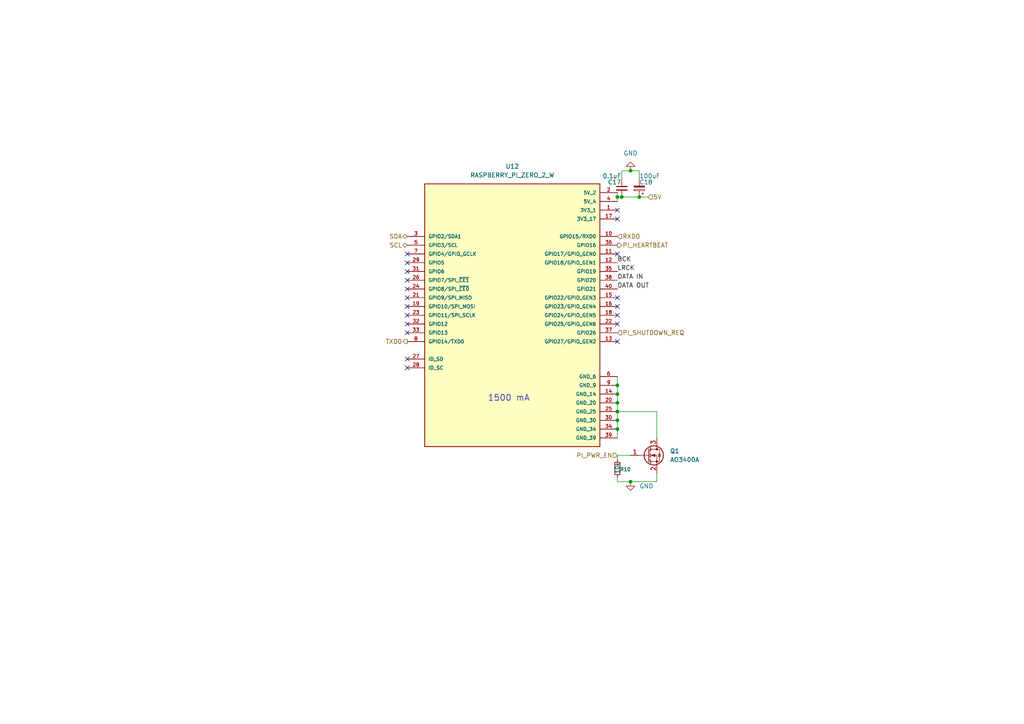
<source format=kicad_sch>
(kicad_sch (version 20250114) (generator "eeschema") (generator_version "9.0")
  (paper "A4")
  (lib_symbols
    (symbol "Device:C_Polarized_Small" (pin_numbers (hide yes)) (pin_names (offset 0.254) (hide yes))
      (property "Reference" "C" (at 0.254 1.778 0))
      (property "Value" "C_Polarized_Small" (at 0.254 -2.032 0))
      (symbol "C_Polarized_Small_0_1"
        (rectangle (start -1.524 0.6858) (end 1.524 0.3048))
        (rectangle (start -1.524 -0.3048) (end 1.524 -0.6858) (fill (type outline)))
        (polyline (pts (xy -1.27 1.524) (xy -0.762 1.524)))
        (polyline (pts (xy -1.016 1.27) (xy -1.016 1.778)))
      )
      (symbol "C_Polarized_Small_1_1"
        (pin passive line (at 0 2.54 270) (length 1.8542) (name "~") (number "1"))
        (pin passive line (at 0 -2.54 90) (length 1.8542) (name "~") (number "2"))
      )
    )
    (symbol "Device:C_Small" (pin_numbers (hide yes)) (pin_names (offset 0.254) (hide yes))
      (property "Reference" "C" (at 0.254 1.778 0))
      (property "Value" "C_Small" (at 0.254 -2.032 0))
      (symbol "C_Small_0_1"
        (polyline (pts (xy -1.524 0.508) (xy 1.524 0.508)) (stroke (width 0.3048)))
        (polyline (pts (xy -1.524 -0.508) (xy 1.524 -0.508)) (stroke (width 0.3302)))
      )
      (symbol "C_Small_1_1"
        (pin passive line (at 0 2.54 270) (length 2.032) (name "~") (number "1"))
        (pin passive line (at 0 -2.54 90) (length 2.032) (name "~") (number "2"))
      )
    )
    (symbol "Device:R_Small" (pin_numbers (hide yes)) (pin_names (offset 0.254) (hide yes))
      (property "Reference" "R" (at 0 0 90))
      (property "Value" "R_Small" (at 1.778 0 90))
      (symbol "R_Small_0_1"
        (rectangle (start -0.762 1.778) (end 0.762 -1.778) (stroke (width 0.2032)))
      )
      (symbol "R_Small_1_1"
        (pin passive line (at 0 2.54 270) (length 0.762) (name "~") (number "1"))
        (pin passive line (at 0 -2.54 90) (length 0.762) (name "~") (number "2"))
      )
    )
    (symbol "RASPBERRY_PI_ZERO_2_W:RASPBERRY_PI_ZERO_2_W" (pin_names (offset 1.016))
      (property "Reference" "U" (at -25.42 39.3962 0))
      (property "Value" "RASPBERRY_PI_ZERO_2_W" (at -25.4191 -40.6687 0))
      (symbol "RASPBERRY_PI_ZERO_2_W_0_0"
        (rectangle (start -25.4 -38.1) (end 25.4 38.1) (stroke (width 0.254)) (fill (type background)))
        (pin bidirectional line (at -30.48 22.86 0) (length 5.08) (name "GPIO2/SDA1") (number "3"))
        (pin bidirectional line (at -30.48 20.32 0) (length 5.08) (name "GPIO3/SCL") (number "5"))
        (pin bidirectional line (at -30.48 17.78 0) (length 5.08) (name "GPIO4/GPIO_GCLK") (number "7"))
        (pin bidirectional line (at -30.48 15.24 0) (length 5.08) (name "GPIO5") (number "29"))
        (pin bidirectional line (at -30.48 12.7 0) (length 5.08) (name "GPIO6") (number "31"))
        (pin bidirectional line (at -30.48 10.16 0) (length 5.08) (name "GPIO7/SPI_~{CE1}") (number "26"))
        (pin bidirectional line (at -30.48 7.62 0) (length 5.08) (name "GPIO8/SPI_~{CE0}") (number "24"))
        (pin bidirectional line (at -30.48 5.08 0) (length 5.08) (name "GPIO9/SPI_MISO") (number "21"))
        (pin bidirectional line (at -30.48 2.54 0) (length 5.08) (name "GPIO10/SPI_MOSI") (number "19"))
        (pin bidirectional line (at -30.48 0 0) (length 5.08) (name "GPIO11/SPI_SCLK") (number "23"))
        (pin bidirectional line (at -30.48 -2.54 0) (length 5.08) (name "GPIO12") (number "32"))
        (pin bidirectional line (at -30.48 -5.08 0) (length 5.08) (name "GPIO13") (number "33"))
        (pin bidirectional line (at -30.48 -7.62 0) (length 5.08) (name "GPIO14/TXD0") (number "8"))
        (pin bidirectional line (at -30.48 -12.7 0) (length 5.08) (name "ID_SD") (number "27"))
        (pin bidirectional line (at -30.48 -15.24 0) (length 5.08) (name "ID_SC") (number "28"))
        (pin power_in line (at 30.48 35.56 180) (length 5.08) (name "5V_2") (number "2"))
        (pin power_in line (at 30.48 33.02 180) (length 5.08) (name "5V_4") (number "4"))
        (pin power_in line (at 30.48 30.48 180) (length 5.08) (name "3V3_1") (number "1"))
        (pin power_in line (at 30.48 27.94 180) (length 5.08) (name "3V3_17") (number "17"))
        (pin bidirectional line (at 30.48 22.86 180) (length 5.08) (name "GPIO15/RXD0") (number "10"))
        (pin bidirectional line (at 30.48 20.32 180) (length 5.08) (name "GPIO16") (number "36"))
        (pin bidirectional line (at 30.48 17.78 180) (length 5.08) (name "GPIO17/GPIO_GEN0") (number "11"))
        (pin bidirectional line (at 30.48 15.24 180) (length 5.08) (name "GPIO18/GPIO_GEN1") (number "12"))
        (pin bidirectional line (at 30.48 12.7 180) (length 5.08) (name "GPIO19") (number "35"))
        (pin bidirectional line (at 30.48 10.16 180) (length 5.08) (name "GPIO20") (number "38"))
        (pin bidirectional line (at 30.48 7.62 180) (length 5.08) (name "GPIO21") (number "40"))
        (pin bidirectional line (at 30.48 5.08 180) (length 5.08) (name "GPIO22/GPIO_GEN3") (number "15"))
        (pin bidirectional line (at 30.48 2.54 180) (length 5.08) (name "GPIO23/GPIO_GEN4") (number "16"))
        (pin bidirectional line (at 30.48 0 180) (length 5.08) (name "GPIO24/GPIO_GEN5") (number "18"))
        (pin bidirectional line (at 30.48 -2.54 180) (length 5.08) (name "GPIO25/GPIO_GEN6") (number "22"))
        (pin bidirectional line (at 30.48 -5.08 180) (length 5.08) (name "GPIO26") (number "37"))
        (pin bidirectional line (at 30.48 -7.62 180) (length 5.08) (name "GPIO27/GPIO_GEN2") (number "13"))
        (pin power_in line (at 30.48 -17.78 180) (length 5.08) (name "GND_6") (number "6"))
        (pin power_in line (at 30.48 -20.32 180) (length 5.08) (name "GND_9") (number "9"))
        (pin power_in line (at 30.48 -22.86 180) (length 5.08) (name "GND_14") (number "14"))
        (pin power_in line (at 30.48 -25.4 180) (length 5.08) (name "GND_20") (number "20"))
        (pin power_in line (at 30.48 -27.94 180) (length 5.08) (name "GND_25") (number "25"))
        (pin power_in line (at 30.48 -30.48 180) (length 5.08) (name "GND_30") (number "30"))
        (pin power_in line (at 30.48 -33.02 180) (length 5.08) (name "GND_34") (number "34"))
        (pin power_in line (at 30.48 -35.56 180) (length 5.08) (name "GND_39") (number "39"))
      )
    )
    (symbol "Transistor_FET:AO3400A" (pin_names (offset 0) (hide yes))
      (property "Reference" "Q" (at 5.08 1.905 0))
      (property "Value" "AO3400A" (at 5.08 0 0))
      (symbol "AO3400A_0_1"
        (polyline (pts (xy 0.254 1.905) (xy 0.254 -1.905)) (stroke (width 0.254)))
        (polyline (pts (xy 0.254 0) (xy -2.54 0)))
        (polyline (pts (xy 0.762 2.286) (xy 0.762 1.27)) (stroke (width 0.254)))
        (polyline (pts (xy 0.762 0.508) (xy 0.762 -0.508)) (stroke (width 0.254)))
        (polyline (pts (xy 0.762 -1.27) (xy 0.762 -2.286)) (stroke (width 0.254)))
        (polyline (pts (xy 0.762 -1.778) (xy 3.302 -1.778) (xy 3.302 1.778) (xy 0.762 1.778)))
        (polyline (pts (xy 1.016 0) (xy 2.032 0.381) (xy 2.032 -0.381) (xy 1.016 0)) (fill (type outline)))
        (circle (center 1.651 0) (radius 2.794) (stroke (width 0.254)))
        (polyline (pts (xy 2.54 2.54) (xy 2.54 1.778)))
        (circle (center 2.54 1.778) (radius 0.254) (fill (type outline)))
        (circle (center 2.54 -1.778) (radius 0.254) (fill (type outline)))
        (polyline (pts (xy 2.54 -2.54) (xy 2.54 0) (xy 0.762 0)))
        (polyline (pts (xy 2.921 0.381) (xy 3.683 0.381)))
        (polyline (pts (xy 3.302 0.381) (xy 2.921 -0.254) (xy 3.683 -0.254) (xy 3.302 0.381)))
      )
      (symbol "AO3400A_1_1"
        (pin input line (at -5.08 0 0) (length 2.54) (name "G") (number "1"))
        (pin passive line (at 2.54 5.08 270) (length 2.54) (name "D") (number "3"))
        (pin passive line (at 2.54 -5.08 90) (length 2.54) (name "S") (number "2"))
      )
    )
    (symbol "power:GND" (power) (pin_numbers (hide yes)) (pin_names (offset 0) (hide yes))
      (property "Value" "GND" (at 0 -3.81 0))
      (symbol "GND_0_1"
        (polyline (pts (xy 0 0) (xy 0 -1.27) (xy 1.27 -1.27) (xy 0 -2.54) (xy -1.27 -1.27) (xy 0 -1.27)))
      )
      (symbol "GND_1_1"
        (pin power_in line (at 0 0 270) (length 0) (name "~") (number "1"))
      )
    )
  )
  (text "1500 mA" (at 147.574 115.57 0) (effects (font (size 1.778 1.778))))
  (junction (at 179.07 121.92))
  (junction (at 182.88 139.7))
  (junction (at 179.07 57.15))
  (junction (at 179.07 116.84))
  (junction (at 179.07 111.76))
  (junction (at 185.42 57.15))
  (junction (at 182.88 49.53))
  (junction (at 179.07 119.38))
  (junction (at 179.07 124.46))
  (junction (at 180.34 57.15))
  (junction (at 179.07 114.3))
  (no_connect (at 118.11 96.52))
  (no_connect (at 118.11 78.74))
  (no_connect (at 179.07 86.36))
  (no_connect (at 179.07 93.98))
  (no_connect (at 179.07 88.9))
  (no_connect (at 179.07 60.96))
  (no_connect (at 179.07 91.44))
  (no_connect (at 118.11 76.2))
  (no_connect (at 118.11 106.68))
  (no_connect (at 118.11 104.14))
  (no_connect (at 179.07 63.5))
  (no_connect (at 118.11 93.98))
  (no_connect (at 179.07 99.06))
  (no_connect (at 179.07 73.66))
  (no_connect (at 118.11 83.82))
  (no_connect (at 118.11 91.44))
  (no_connect (at 118.11 81.28))
  (no_connect (at 118.11 86.36))
  (no_connect (at 118.11 88.9))
  (no_connect (at 118.11 73.66))
  (wire (pts (xy 179.07 119.38) (xy 179.07 121.92)))
  (wire (pts (xy 179.07 124.46) (xy 179.07 127)))
  (wire (pts (xy 179.07 132.08) (xy 182.88 132.08)))
  (wire (pts (xy 182.88 139.7) (xy 190.5 139.7)))
  (wire (pts (xy 185.42 57.15) (xy 187.96 57.15)))
  (wire (pts (xy 179.07 55.88) (xy 179.07 57.15)))
  (wire (pts (xy 190.5 139.7) (xy 190.5 137.16)))
  (wire (pts (xy 179.07 133.35) (xy 179.07 132.08)))
  (wire (pts (xy 179.07 121.92) (xy 179.07 124.46)))
  (wire (pts (xy 179.07 109.22) (xy 179.07 111.76)))
  (wire (pts (xy 179.07 139.7) (xy 179.07 138.43)))
  (wire (pts (xy 182.88 139.7) (xy 179.07 139.7)))
  (wire (pts (xy 179.07 119.38) (xy 190.5 119.38)))
  (wire (pts (xy 179.07 111.76) (xy 179.07 114.3)))
  (wire (pts (xy 180.34 52.07) (xy 180.34 49.53)))
  (wire (pts (xy 179.07 116.84) (xy 179.07 119.38)))
  (wire (pts (xy 180.34 49.53) (xy 182.88 49.53)))
  (wire (pts (xy 180.34 57.15) (xy 185.42 57.15)))
  (wire (pts (xy 179.07 57.15) (xy 179.07 58.42)))
  (wire (pts (xy 179.07 114.3) (xy 179.07 116.84)))
  (wire (pts (xy 179.07 57.15) (xy 180.34 57.15)))
  (wire (pts (xy 182.88 49.53) (xy 185.42 49.53)))
  (wire (pts (xy 185.42 49.53) (xy 185.42 52.07)))
  (wire (pts (xy 190.5 127) (xy 190.5 119.38)))
  (label "DATA OUT" (at 179.07 83.82 0))
  (label "DATA IN" (at 179.07 81.28 0))
  (label "BCK" (at 179.07 76.2 0))
  (label "LRCK" (at 179.07 78.74 0))
  (hierarchical_label "TXD0" (shape output) (at 118.11 99.06 180))
  (hierarchical_label "PI_HEARTBEAT" (shape output) (at 179.07 71.12 0))
  (hierarchical_label "5V" (shape input) (at 187.96 57.15 0))
  (hierarchical_label "RXD0" (shape input) (at 179.07 68.58 0))
  (hierarchical_label "PI_SHUTDOWN_REQ" (shape input) (at 179.07 96.52 0))
  (hierarchical_label "SCL" (shape bidirectional) (at 118.11 71.12 180))
  (hierarchical_label "SDA" (shape bidirectional) (at 118.11 68.58 180))
  (hierarchical_label "PI_PWR_EN" (shape input) (at 179.07 132.08 180))
  (symbol (lib_id "Transistor_FET:AO3400A") (at 187.96 132.08 0) (unit 1)
    (property "Reference" "Q1" (at 194.31 130.8099 0) (effects (justify left)))
    (property "Value" "AO3400A" (at 194.31 133.3499 0) (effects (justify left)))
    (property "Footprint" "Package_TO_SOT_SMD:SOT-23" (effects (hide yes)))
    (property "Datasheet" "http://www.aosmd.com/pdfs/datasheet/AO3400A.pdf" (effects (hide yes)))
    (property "Description" "30V Vds, 5.7A Id, N-Channel MOSFET, SOT-23" (effects (hide yes)))
  )
  (symbol (lib_id "Device:C_Polarized_Small") (at 185.42 54.61 180) (unit 1)
    (property "Reference" "C18" (at 185.42 52.832 0) (effects (justify right)))
    (property "Value" "100uF" (at 185.42 51.054 0) (effects (justify right)))
    (property "Footprint" "Capacitor_SMD:CP_Elec_10x10" (effects (hide yes)))
    (property "Description" "Polarized capacitor, small symbol" (effects (hide yes)))
  )
  (symbol (lib_id "power:GND") (at 182.88 49.53 180) (unit 1)
    (property "Reference" "#PWR039" (effects (hide yes)))
    (property "Value" "GND" (at 182.88 44.45 0))
    (property "Description" "Power symbol creates a global label with name \"GND\" , ground" (effects (hide yes)))
  )
  (symbol (lib_id "RASPBERRY_PI_ZERO_2_W:RASPBERRY_PI_ZERO_2_W") (at 148.59 91.44 0) (unit 1)
    (property "Reference" "U12" (at 148.59 48.26 0))
    (property "Value" "RASPBERRY_PI_ZERO_2_W" (at 148.59 50.8 0))
    (property "Footprint" "RASPBERRY_PI_ZERO_2_W:MODULE_RASPBERRY_PI_ZERO_2_W" (effects (hide yes)))
    (property "MF" "Raspberry Pi" (effects (hide yes)))
    (property "Description_1" "At the heart of Raspberry Pi Zero 2 W is RP3A0, a custom-built system-in-package designed by Raspberry Pi in the UK." (effects (hide yes)))
    (property "Package" "None" (effects (hide yes)))
    (property "Price" "None" (effects (hide yes)))
    (property "Check_prices" "https://www.snapeda.com/parts/RASPBERRY%20PI%20ZERO%202%20W/Raspberry+Pi/view-part/?ref=eda" (effects (hide yes)))
    (property "STANDARD" "Manufacturer Recommendations" (effects (hide yes)))
    (property "PARTREV" "April 2024" (effects (hide yes)))
    (property "SnapEDA_Link" "https://www.snapeda.com/parts/RASPBERRY%20PI%20ZERO%202%20W/Raspberry+Pi/view-part/?ref=snap" (effects (hide yes)))
    (property "MP" "RASPBERRY PI ZERO 2 W" (effects (hide yes)))
    (property "Availability" "In Stock" (effects (hide yes)))
    (property "MANUFACTURER" "Raspberry Pi" (effects (hide yes)))
  )
  (symbol (lib_id "Device:R_Small") (at 179.07 135.89 0) (unit 1)
    (property "Reference" "R10" (at 179.832 136.144 0) (effects (font (size 1.016 1.016)) (justify left)))
    (property "Value" "10k" (at 179.07 137.414 90) (effects (font (size 1.143 1.143)) (justify left)))
    (property "Description" "Resistor, small symbol" (effects (hide yes)))
  )
  (symbol (lib_id "Device:C_Small") (at 180.34 54.61 0) (unit 1)
    (property "Reference" "C17" (at 176.276 52.832 0) (effects (justify left)))
    (property "Value" "0.1uF" (at 174.752 51.054 0) (effects (justify left)))
    (property "Description" "Unpolarized capacitor, small symbol" (effects (hide yes)))
  )
  (symbol (lib_id "power:GND") (at 182.88 139.7 0) (unit 1)
    (property "Reference" "#PWR038" (effects (hide yes)))
    (property "Value" "GND" (at 185.42 140.9699 0) (effects (justify left)))
    (property "Description" "Power symbol creates a global label with name \"GND\" , ground" (effects (hide yes)))
  )
)
</source>
